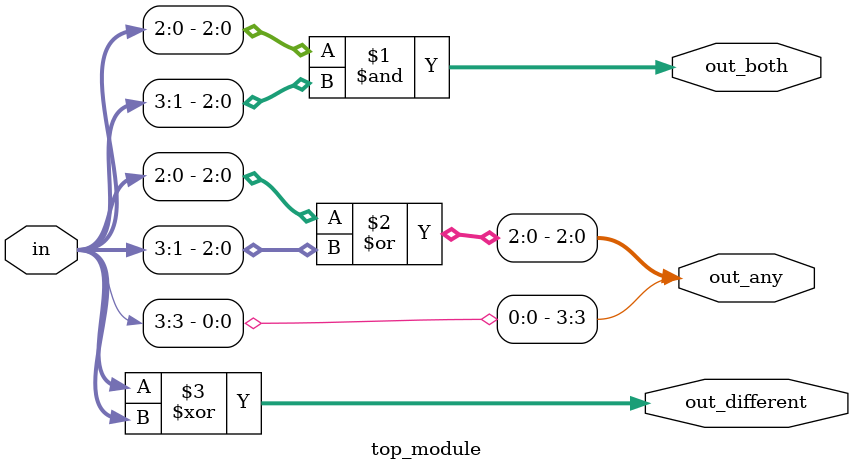
<source format=sv>
module top_module (
    input [3:0] in,
    output [2:0] out_both,
    output [3:0] out_any,
    output [3:0] out_different
);

assign out_both = in[2:0] & in[3:1];
assign out_any = {in[3], in[2:0] | in[3:1]};
assign out_different = in ^ {in[3:1], in[0]};

endmodule

</source>
